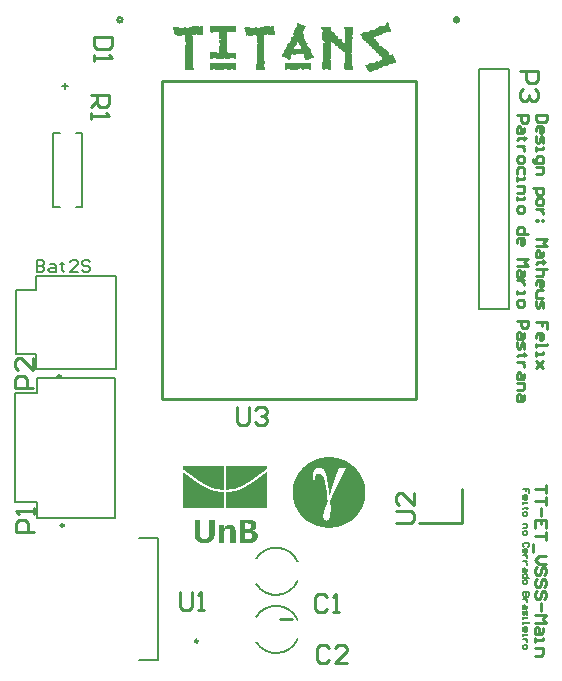
<source format=gbr>
G04*
G04 #@! TF.GenerationSoftware,Altium Limited,Altium Designer,25.4.2 (15)*
G04*
G04 Layer_Color=65535*
%FSLAX44Y44*%
%MOMM*%
G71*
G04*
G04 #@! TF.SameCoordinates,0D125D48-EFC7-4563-9314-FCFFD8E44349*
G04*
G04*
G04 #@! TF.FilePolarity,Positive*
G04*
G01*
G75*
%ADD10C,0.2000*%
%ADD11C,0.2540*%
%ADD12C,0.2500*%
%ADD13C,0.1540*%
G36*
X214746Y166000D02*
X214469D01*
Y165861D01*
X214331D01*
Y165723D01*
X214193D01*
Y165585D01*
X213916D01*
Y165447D01*
X213778D01*
Y165309D01*
X213502D01*
Y165170D01*
X213364D01*
Y165032D01*
X213226D01*
Y164894D01*
X212949D01*
Y164756D01*
X212811D01*
Y164618D01*
X212673D01*
Y164480D01*
X212397D01*
Y164341D01*
X212258D01*
Y164203D01*
X211982D01*
Y164065D01*
X211844D01*
Y163927D01*
X211705D01*
Y163789D01*
X211429D01*
Y163650D01*
X211291D01*
Y163512D01*
X211015D01*
Y163374D01*
X210877D01*
Y163236D01*
X210738D01*
Y163098D01*
X210462D01*
Y162959D01*
X210324D01*
Y162821D01*
X210186D01*
Y162683D01*
X209909D01*
Y162545D01*
X209771D01*
Y162407D01*
X209495D01*
Y162269D01*
X209356D01*
Y162130D01*
X209218D01*
Y161992D01*
X208942D01*
Y161854D01*
X208804D01*
Y161716D01*
X208666D01*
Y161578D01*
X208389D01*
Y161439D01*
X208251D01*
Y161301D01*
X207975D01*
Y161163D01*
X207836D01*
Y161025D01*
X207698D01*
Y160887D01*
X207422D01*
Y160749D01*
X207284D01*
Y160610D01*
X207146D01*
Y160472D01*
X206869D01*
Y160334D01*
X206731D01*
Y160196D01*
X206593D01*
Y160058D01*
X206316D01*
Y159919D01*
X206178D01*
Y159781D01*
X205902D01*
Y159643D01*
X205764D01*
Y159505D01*
X205625D01*
Y159367D01*
X205349D01*
Y159228D01*
X205211D01*
Y159090D01*
X204935D01*
Y158952D01*
X204796D01*
Y158814D01*
X204658D01*
Y158676D01*
X204382D01*
Y158538D01*
X204244D01*
Y158399D01*
X203967D01*
Y158261D01*
X203829D01*
Y158123D01*
X203691D01*
Y157985D01*
X203414D01*
Y157847D01*
X203276D01*
Y157709D01*
X203000D01*
Y157570D01*
X202862D01*
Y157432D01*
X202724D01*
Y157294D01*
X202447D01*
Y157156D01*
X202309D01*
Y157018D01*
X202033D01*
Y156879D01*
X201894D01*
Y156741D01*
X201756D01*
Y156603D01*
X201480D01*
Y156465D01*
X201342D01*
Y156327D01*
X201065D01*
Y156188D01*
X200927D01*
Y156050D01*
X200651D01*
Y155912D01*
X200513D01*
Y155774D01*
X200236D01*
Y155636D01*
X200098D01*
Y155498D01*
X199822D01*
Y155359D01*
X199545D01*
Y155221D01*
X199407D01*
Y155083D01*
X199131D01*
Y154945D01*
X198993D01*
Y154807D01*
X198716D01*
Y154668D01*
X198440D01*
Y154530D01*
X198302D01*
Y154392D01*
X198025D01*
Y154254D01*
X197749D01*
Y154116D01*
X197611D01*
Y153977D01*
X197334D01*
Y153839D01*
X197058D01*
Y153701D01*
X196782D01*
Y153563D01*
X196644D01*
Y153425D01*
X196367D01*
Y153287D01*
X196091D01*
Y153148D01*
X195814D01*
Y153010D01*
X195538D01*
Y152872D01*
X195262D01*
Y152734D01*
X194985D01*
Y152596D01*
X194709D01*
Y152458D01*
X194433D01*
Y152319D01*
X194156D01*
Y152181D01*
X193880D01*
Y152043D01*
X193603D01*
Y151905D01*
X193327D01*
Y151767D01*
X193051D01*
Y151628D01*
X192774D01*
Y151490D01*
X192498D01*
Y151352D01*
X192222D01*
Y151214D01*
X191807D01*
Y151076D01*
X191531D01*
Y150938D01*
X191254D01*
Y150799D01*
X190840D01*
Y150661D01*
X190564D01*
Y150523D01*
X190149D01*
Y150385D01*
X189734D01*
Y150247D01*
X189320D01*
Y150108D01*
X188905D01*
Y149970D01*
X188491D01*
Y149832D01*
X187938D01*
Y149694D01*
X187385D01*
Y149556D01*
X186694D01*
Y149417D01*
X185727D01*
Y149279D01*
X184760D01*
Y149141D01*
X182963D01*
Y149003D01*
X180338D01*
Y168625D01*
X214746D01*
Y166000D01*
D02*
G37*
G36*
X178403Y149003D02*
X175640D01*
Y149141D01*
X173981D01*
Y149279D01*
X172876D01*
Y149417D01*
X172047D01*
Y149556D01*
X171356D01*
Y149694D01*
X170803D01*
Y149832D01*
X170250D01*
Y149970D01*
X169836D01*
Y150108D01*
X169283D01*
Y150247D01*
X168869D01*
Y150385D01*
X168454D01*
Y150523D01*
X168178D01*
Y150661D01*
X167763D01*
Y150799D01*
X167487D01*
Y150938D01*
X167210D01*
Y151076D01*
X166796D01*
Y151214D01*
X166520D01*
Y151352D01*
X166243D01*
Y151490D01*
X165967D01*
Y151628D01*
X165690D01*
Y151767D01*
X165276D01*
Y151905D01*
X165000D01*
Y152043D01*
X164723D01*
Y152181D01*
X164447D01*
Y152319D01*
X164170D01*
Y152458D01*
X163894D01*
Y152596D01*
X163618D01*
Y152734D01*
X163341D01*
Y152872D01*
X163203D01*
Y153010D01*
X162927D01*
Y153148D01*
X162650D01*
Y153287D01*
X162374D01*
Y153425D01*
X162098D01*
Y153563D01*
X161959D01*
Y153701D01*
X161683D01*
Y153839D01*
X161407D01*
Y153977D01*
X161130D01*
Y154116D01*
X160854D01*
Y154254D01*
X160716D01*
Y154392D01*
X160439D01*
Y154530D01*
X160163D01*
Y154668D01*
X160025D01*
Y154807D01*
X159748D01*
Y154945D01*
X159472D01*
Y155083D01*
X159334D01*
Y155221D01*
X159058D01*
Y155359D01*
X158919D01*
Y155498D01*
X158643D01*
Y155636D01*
X158505D01*
Y155774D01*
X158229D01*
Y155912D01*
X158090D01*
Y156050D01*
X157814D01*
Y156188D01*
X157676D01*
Y156327D01*
X157399D01*
Y156465D01*
X157261D01*
Y156603D01*
X156985D01*
Y156741D01*
X156847D01*
Y156879D01*
X156570D01*
Y157018D01*
X156432D01*
Y157156D01*
X156156D01*
Y157294D01*
X156018D01*
Y157432D01*
X155879D01*
Y157570D01*
X155603D01*
Y157709D01*
X155465D01*
Y157847D01*
X155189D01*
Y157985D01*
X155050D01*
Y158123D01*
X154912D01*
Y158261D01*
X154636D01*
Y158399D01*
X154498D01*
Y158538D01*
X154359D01*
Y158676D01*
X154083D01*
Y158814D01*
X153945D01*
Y158952D01*
X153668D01*
Y159090D01*
X153530D01*
Y159228D01*
X153392D01*
Y159367D01*
X153116D01*
Y159505D01*
X152978D01*
Y159643D01*
X152839D01*
Y159781D01*
X152563D01*
Y159919D01*
X152425D01*
Y160058D01*
X152148D01*
Y160196D01*
X152010D01*
Y160334D01*
X151734D01*
Y160472D01*
X151596D01*
Y160610D01*
X151458D01*
Y160749D01*
X151181D01*
Y160887D01*
X151043D01*
Y161025D01*
X150905D01*
Y161163D01*
X150628D01*
Y161301D01*
X150490D01*
Y161439D01*
X150352D01*
Y161578D01*
X150076D01*
Y161716D01*
X149937D01*
Y161854D01*
X149661D01*
Y161992D01*
X149523D01*
Y162130D01*
X149385D01*
Y162269D01*
X149108D01*
Y162407D01*
X148970D01*
Y162545D01*
X148694D01*
Y162683D01*
X148556D01*
Y162821D01*
X148418D01*
Y162959D01*
X148141D01*
Y163098D01*
X148003D01*
Y163236D01*
X147865D01*
Y163374D01*
X147588D01*
Y163512D01*
X147450D01*
Y163650D01*
X147312D01*
Y163789D01*
X147036D01*
Y163927D01*
X146897D01*
Y164065D01*
X146621D01*
Y164203D01*
X146483D01*
Y164341D01*
X146345D01*
Y164480D01*
X146068D01*
Y164618D01*
X145930D01*
Y164756D01*
X145792D01*
Y164894D01*
X145516D01*
Y165032D01*
X145377D01*
Y165170D01*
X145101D01*
Y165309D01*
X144963D01*
Y165447D01*
X144686D01*
Y165585D01*
X144548D01*
Y165723D01*
X144410D01*
Y165861D01*
X144134D01*
Y166000D01*
X143996D01*
Y168625D01*
X178403D01*
Y149003D01*
D02*
G37*
G36*
X214746Y133250D02*
X180338D01*
Y146930D01*
X181858D01*
Y147068D01*
X184207D01*
Y147206D01*
X185451D01*
Y147345D01*
X186418D01*
Y147483D01*
X187109D01*
Y147621D01*
X187800D01*
Y147759D01*
X188353D01*
Y147897D01*
X188905D01*
Y148036D01*
X189458D01*
Y148174D01*
X189872D01*
Y148312D01*
X190287D01*
Y148450D01*
X190702D01*
Y148588D01*
X190978D01*
Y148727D01*
X191393D01*
Y148865D01*
X191807D01*
Y149003D01*
X192083D01*
Y149141D01*
X192360D01*
Y149279D01*
X192636D01*
Y149417D01*
X193051D01*
Y149556D01*
X193327D01*
Y149694D01*
X193603D01*
Y149832D01*
X193880D01*
Y149970D01*
X194156D01*
Y150108D01*
X194433D01*
Y150247D01*
X194847D01*
Y150385D01*
X194985D01*
Y150523D01*
X195262D01*
Y150661D01*
X195676D01*
Y150799D01*
X195814D01*
Y150938D01*
X196091D01*
Y151076D01*
X196367D01*
Y151214D01*
X196644D01*
Y151352D01*
X196920D01*
Y151490D01*
X197196D01*
Y151628D01*
X197334D01*
Y151767D01*
X197611D01*
Y151905D01*
X197887D01*
Y152043D01*
X198164D01*
Y152181D01*
X198440D01*
Y152319D01*
X198578D01*
Y152458D01*
X198855D01*
Y152596D01*
X199131D01*
Y152734D01*
X199269D01*
Y152872D01*
X199545D01*
Y153010D01*
X199822D01*
Y153148D01*
X199960D01*
Y153287D01*
X200236D01*
Y153425D01*
X200513D01*
Y153563D01*
X200651D01*
Y153701D01*
X200927D01*
Y153839D01*
X201065D01*
Y153977D01*
X201342D01*
Y154116D01*
X201618D01*
Y154254D01*
X201756D01*
Y154392D01*
X201894D01*
Y154530D01*
X202171D01*
Y154668D01*
X202447D01*
Y154807D01*
X202585D01*
Y154945D01*
X202862D01*
Y155083D01*
X203000D01*
Y155221D01*
X203138D01*
Y155359D01*
X203414D01*
Y155498D01*
X203553D01*
Y155636D01*
X203829D01*
Y155774D01*
X203967D01*
Y155912D01*
X204105D01*
Y156050D01*
X204382D01*
Y156188D01*
X204520D01*
Y156327D01*
X204796D01*
Y156465D01*
X204935D01*
Y156603D01*
X205073D01*
Y156741D01*
X205349D01*
Y156879D01*
X205487D01*
Y157018D01*
X205625D01*
Y157156D01*
X205902D01*
Y157294D01*
X206040D01*
Y157432D01*
X206316D01*
Y157570D01*
X206455D01*
Y157709D01*
X206593D01*
Y157847D01*
X206869D01*
Y157985D01*
X207007D01*
Y158123D01*
X207146D01*
Y158261D01*
X207422D01*
Y158399D01*
X207560D01*
Y158538D01*
X207836D01*
Y158676D01*
X207975D01*
Y158814D01*
X208113D01*
Y158952D01*
X208389D01*
Y159090D01*
X208527D01*
Y159228D01*
X208666D01*
Y159367D01*
X208942D01*
Y159505D01*
X209080D01*
Y159643D01*
X209356D01*
Y159781D01*
X209495D01*
Y159919D01*
X209633D01*
Y160058D01*
X209909D01*
Y160196D01*
X210047D01*
Y160334D01*
X210324D01*
Y160472D01*
X210462D01*
Y160610D01*
X210600D01*
Y160749D01*
X210877D01*
Y160887D01*
X211015D01*
Y161025D01*
X211153D01*
Y161163D01*
X211429D01*
Y161301D01*
X211567D01*
Y161439D01*
X211844D01*
Y161578D01*
X211982D01*
Y161716D01*
X212120D01*
Y161854D01*
X212397D01*
Y161992D01*
X212535D01*
Y162130D01*
X212811D01*
Y162269D01*
X212949D01*
Y162407D01*
X213087D01*
Y162545D01*
X213364D01*
Y162683D01*
X213502D01*
Y162821D01*
X213640D01*
Y162959D01*
X213916D01*
Y163098D01*
X214055D01*
Y163236D01*
X214331D01*
Y163374D01*
X214469D01*
Y163512D01*
X214746D01*
Y133250D01*
D02*
G37*
G36*
X144272Y163374D02*
X144410D01*
Y163236D01*
X144548D01*
Y163098D01*
X144825D01*
Y162959D01*
X144963D01*
Y162821D01*
X145239D01*
Y162683D01*
X145377D01*
Y162545D01*
X145654D01*
Y162407D01*
X145792D01*
Y162269D01*
X145930D01*
Y162130D01*
X146207D01*
Y161992D01*
X146345D01*
Y161854D01*
X146483D01*
Y161716D01*
X146759D01*
Y161578D01*
X146897D01*
Y161439D01*
X147174D01*
Y161301D01*
X147312D01*
Y161163D01*
X147450D01*
Y161025D01*
X147727D01*
Y160887D01*
X147865D01*
Y160749D01*
X148003D01*
Y160610D01*
X148279D01*
Y160472D01*
X148418D01*
Y160334D01*
X148694D01*
Y160196D01*
X148832D01*
Y160058D01*
X148970D01*
Y159919D01*
X149247D01*
Y159781D01*
X149385D01*
Y159643D01*
X149661D01*
Y159505D01*
X149799D01*
Y159367D01*
X149937D01*
Y159228D01*
X150214D01*
Y159090D01*
X150352D01*
Y158952D01*
X150490D01*
Y158814D01*
X150767D01*
Y158676D01*
X150905D01*
Y158538D01*
X151181D01*
Y158399D01*
X151319D01*
Y158261D01*
X151458D01*
Y158123D01*
X151734D01*
Y157985D01*
X151872D01*
Y157847D01*
X152010D01*
Y157709D01*
X152287D01*
Y157570D01*
X152425D01*
Y157432D01*
X152701D01*
Y157294D01*
X152839D01*
Y157156D01*
X152978D01*
Y157018D01*
X153254D01*
Y156879D01*
X153392D01*
Y156741D01*
X153530D01*
Y156603D01*
X153807D01*
Y156465D01*
X153945D01*
Y156327D01*
X154221D01*
Y156188D01*
X154359D01*
Y156050D01*
X154498D01*
Y155912D01*
X154774D01*
Y155774D01*
X154912D01*
Y155636D01*
X155189D01*
Y155498D01*
X155327D01*
Y155359D01*
X155465D01*
Y155221D01*
X155741D01*
Y155083D01*
X155879D01*
Y154945D01*
X156156D01*
Y154807D01*
X156294D01*
Y154668D01*
X156570D01*
Y154530D01*
X156708D01*
Y154392D01*
X156985D01*
Y154254D01*
X157123D01*
Y154116D01*
X157399D01*
Y153977D01*
X157538D01*
Y153839D01*
X157814D01*
Y153701D01*
X158090D01*
Y153563D01*
X158229D01*
Y153425D01*
X158505D01*
Y153287D01*
X158643D01*
Y153148D01*
X158919D01*
Y153010D01*
X159196D01*
Y152872D01*
X159334D01*
Y152734D01*
X159610D01*
Y152596D01*
X159887D01*
Y152458D01*
X160163D01*
Y152319D01*
X160301D01*
Y152181D01*
X160578D01*
Y152043D01*
X160854D01*
Y151905D01*
X161130D01*
Y151767D01*
X161269D01*
Y151628D01*
X161545D01*
Y151490D01*
X161821D01*
Y151352D01*
X162098D01*
Y151214D01*
X162374D01*
Y151076D01*
X162512D01*
Y150938D01*
X162927D01*
Y150799D01*
X163065D01*
Y150661D01*
X163341D01*
Y150523D01*
X163618D01*
Y150385D01*
X163894D01*
Y150247D01*
X164309D01*
Y150108D01*
X164447D01*
Y149970D01*
X164723D01*
Y149832D01*
X165138D01*
Y149694D01*
X165414D01*
Y149556D01*
X165690D01*
Y149417D01*
X165967D01*
Y149279D01*
X166243D01*
Y149141D01*
X166658D01*
Y149003D01*
X166934D01*
Y148865D01*
X167349D01*
Y148727D01*
X167625D01*
Y148588D01*
X168039D01*
Y148450D01*
X168454D01*
Y148312D01*
X168869D01*
Y148174D01*
X169283D01*
Y148036D01*
X169836D01*
Y147897D01*
X170250D01*
Y147759D01*
X170941D01*
Y147621D01*
X171494D01*
Y147483D01*
X172323D01*
Y147345D01*
X173291D01*
Y147206D01*
X174534D01*
Y147068D01*
X176331D01*
Y146930D01*
X176469D01*
Y147068D01*
X176745D01*
Y146930D01*
X178265D01*
Y133250D01*
X143996D01*
Y163512D01*
X144272D01*
Y163374D01*
D02*
G37*
G36*
X272168Y175857D02*
X274677D01*
Y175438D01*
X276350D01*
Y175020D01*
X277604D01*
Y174602D01*
X278859D01*
Y174184D01*
X279695D01*
Y173766D01*
X280949D01*
Y173348D01*
X281367D01*
Y172930D01*
X282622D01*
Y172511D01*
X283040D01*
Y172093D01*
X283876D01*
Y171675D01*
X284713D01*
Y171257D01*
X285131D01*
Y170839D01*
X285549D01*
Y170421D01*
X286385D01*
Y170003D01*
X286803D01*
Y169584D01*
X287221D01*
Y169166D01*
X288058D01*
Y168748D01*
X288476D01*
Y168330D01*
X288894D01*
Y167912D01*
X289312D01*
Y167494D01*
X289730D01*
Y167076D01*
X290149D01*
Y166657D01*
X290567D01*
Y166239D01*
X290985D01*
Y165821D01*
X291403D01*
Y164985D01*
X291821D01*
Y164567D01*
X292239D01*
Y164149D01*
X292657D01*
Y163312D01*
X293076D01*
Y162894D01*
X293494D01*
Y162058D01*
X293912D01*
Y161640D01*
X294330D01*
Y160803D01*
X294748D01*
Y159967D01*
X295166D01*
Y159131D01*
X295584D01*
Y158294D01*
X296003D01*
Y157458D01*
X296421D01*
Y156204D01*
X296839D01*
Y154949D01*
X297257D01*
Y153277D01*
X297675D01*
Y151186D01*
X298093D01*
Y146168D01*
X298511D01*
Y145750D01*
X298093D01*
Y141569D01*
X297675D01*
Y139478D01*
X297257D01*
Y137805D01*
X296839D01*
Y136551D01*
X296421D01*
Y135715D01*
X296003D01*
Y134460D01*
X295584D01*
Y133624D01*
X295166D01*
Y132787D01*
X294748D01*
Y131951D01*
X294330D01*
Y131533D01*
X293912D01*
Y130697D01*
X293494D01*
Y129860D01*
X293076D01*
Y129442D01*
X292657D01*
Y129024D01*
X292239D01*
Y128188D01*
X291821D01*
Y127770D01*
X291403D01*
Y127352D01*
X290985D01*
Y126933D01*
X290567D01*
Y126515D01*
X290149D01*
Y125679D01*
X289730D01*
Y125261D01*
X289312D01*
Y124843D01*
X288476D01*
Y124424D01*
X288058D01*
Y124006D01*
X287640D01*
Y123588D01*
X287221D01*
Y123170D01*
X286803D01*
Y122752D01*
X285967D01*
Y122334D01*
X285549D01*
Y121916D01*
X285131D01*
Y121497D01*
X284294D01*
Y121079D01*
X283458D01*
Y120661D01*
X283040D01*
Y120243D01*
X282204D01*
Y119825D01*
X281367D01*
Y119407D01*
X280531D01*
Y118989D01*
X279695D01*
Y118570D01*
X278440D01*
Y118152D01*
X277186D01*
Y117734D01*
X275931D01*
Y117316D01*
X274259D01*
Y116898D01*
X271332D01*
Y116480D01*
X263805D01*
Y116898D01*
X260878D01*
Y117316D01*
X259624D01*
Y117734D01*
X257951D01*
Y118152D01*
X256697D01*
Y118570D01*
X255860D01*
Y118989D01*
X254606D01*
Y119407D01*
X253770D01*
Y119825D01*
X252933D01*
Y120243D01*
X252097D01*
Y120661D01*
X251679D01*
Y121079D01*
X250843D01*
Y121497D01*
X250424D01*
Y121916D01*
X249588D01*
Y122334D01*
X249170D01*
Y122752D01*
X248334D01*
Y123170D01*
X247916D01*
Y123588D01*
X247497D01*
Y124006D01*
X247079D01*
Y124424D01*
X246661D01*
Y124843D01*
X246243D01*
Y125261D01*
X245825D01*
Y125679D01*
X245407D01*
Y126097D01*
X244989D01*
Y126515D01*
X244570D01*
Y126933D01*
X244152D01*
Y127352D01*
X243734D01*
Y127770D01*
X243316D01*
Y128188D01*
X242898D01*
Y129024D01*
X242480D01*
Y129442D01*
X242062D01*
Y130279D01*
X241643D01*
Y130697D01*
X241225D01*
Y131533D01*
X240807D01*
Y132369D01*
X240389D01*
Y133206D01*
X239971D01*
Y133624D01*
X239553D01*
Y134460D01*
X239135D01*
Y135715D01*
X238716D01*
Y136969D01*
X238298D01*
Y138223D01*
X237880D01*
Y139896D01*
X237462D01*
Y141987D01*
X237044D01*
Y150768D01*
X237462D01*
Y153277D01*
X237880D01*
Y154531D01*
X238298D01*
Y155786D01*
X238716D01*
Y157040D01*
X239135D01*
Y158294D01*
X239553D01*
Y159131D01*
X239971D01*
Y159967D01*
X240389D01*
Y160803D01*
X240807D01*
Y161222D01*
X241225D01*
Y162058D01*
X241643D01*
Y162894D01*
X242062D01*
Y163312D01*
X242480D01*
Y163730D01*
X242898D01*
Y164567D01*
X243316D01*
Y164985D01*
X243734D01*
Y165403D01*
X244152D01*
Y165821D01*
X244570D01*
Y166657D01*
X244989D01*
Y167076D01*
X245407D01*
Y167494D01*
X245825D01*
Y167912D01*
X246243D01*
Y168330D01*
X247079D01*
Y168748D01*
X247497D01*
Y169166D01*
X247916D01*
Y169584D01*
X248334D01*
Y170003D01*
X248752D01*
Y170421D01*
X249588D01*
Y170839D01*
X250006D01*
Y171257D01*
X250843D01*
Y171675D01*
X251261D01*
Y172093D01*
X252097D01*
Y172511D01*
X252933D01*
Y172930D01*
X253770D01*
Y173348D01*
X254606D01*
Y173766D01*
X255442D01*
Y174184D01*
X256697D01*
Y174602D01*
X257533D01*
Y175020D01*
X258787D01*
Y175438D01*
X260460D01*
Y175857D01*
X262969D01*
Y176275D01*
X272168D01*
Y175857D01*
D02*
G37*
G36*
X184207Y119017D02*
X185174D01*
Y118879D01*
X185589D01*
Y118741D01*
X186003D01*
Y118603D01*
X186280D01*
Y118464D01*
X186418D01*
Y118326D01*
X186694D01*
Y118188D01*
X186833D01*
Y118050D01*
X186971D01*
Y117912D01*
X187109D01*
Y117773D01*
X187247D01*
Y117635D01*
X187385D01*
Y117497D01*
X187523D01*
Y117221D01*
X187662D01*
Y117083D01*
X187800D01*
Y116806D01*
X187938D01*
Y116530D01*
X188076D01*
Y116115D01*
X188214D01*
Y115562D01*
X188353D01*
Y114733D01*
X188491D01*
Y103817D01*
X188353D01*
Y103679D01*
X184069D01*
Y103817D01*
X183931D01*
Y114043D01*
X183792D01*
Y114457D01*
X183654D01*
Y114733D01*
X183516D01*
Y115010D01*
X183378D01*
Y115148D01*
X183240D01*
Y115286D01*
X183102D01*
Y115424D01*
X182963D01*
Y115562D01*
X182549D01*
Y115701D01*
X180891D01*
Y115562D01*
X180476D01*
Y115424D01*
X180200D01*
Y115286D01*
X180061D01*
Y115148D01*
X179923D01*
Y115010D01*
X179785D01*
Y114872D01*
X179647D01*
Y114733D01*
X179509D01*
Y114457D01*
X179371D01*
Y114181D01*
X179232D01*
Y113766D01*
X179094D01*
Y113352D01*
X178956D01*
Y112522D01*
X178818D01*
Y103679D01*
X174534D01*
Y103817D01*
X174396D01*
Y118879D01*
X178542D01*
Y118326D01*
X178680D01*
Y116668D01*
X178818D01*
Y116115D01*
X178956D01*
Y116253D01*
X179094D01*
Y116530D01*
X179232D01*
Y116806D01*
X179371D01*
Y117083D01*
X179509D01*
Y117221D01*
X179647D01*
Y117497D01*
X179785D01*
Y117635D01*
X179923D01*
Y117773D01*
X180061D01*
Y117912D01*
X180200D01*
Y118050D01*
X180338D01*
Y118188D01*
X180614D01*
Y118326D01*
X180752D01*
Y118464D01*
X181029D01*
Y118603D01*
X181305D01*
Y118741D01*
X181720D01*
Y118879D01*
X182134D01*
Y119017D01*
X183102D01*
Y119155D01*
X184207D01*
Y119017D01*
D02*
G37*
G36*
X170665Y110035D02*
X170527D01*
Y109068D01*
X170389D01*
Y108515D01*
X170250D01*
Y108101D01*
X170112D01*
Y107686D01*
X169974D01*
Y107410D01*
X169836D01*
Y107133D01*
X169698D01*
Y106857D01*
X169560D01*
Y106581D01*
X169421D01*
Y106442D01*
X169283D01*
Y106166D01*
X169145D01*
Y106028D01*
X169007D01*
Y105890D01*
X168869D01*
Y105751D01*
X168730D01*
Y105613D01*
X168592D01*
Y105475D01*
X168454D01*
Y105337D01*
X168316D01*
Y105199D01*
X168178D01*
Y105061D01*
X167901D01*
Y104922D01*
X167763D01*
Y104784D01*
X167487D01*
Y104646D01*
X167349D01*
Y104508D01*
X167072D01*
Y104370D01*
X166796D01*
Y104231D01*
X166381D01*
Y104093D01*
X166105D01*
Y103955D01*
X165552D01*
Y103817D01*
X165138D01*
Y103679D01*
X164309D01*
Y103540D01*
X163065D01*
Y103402D01*
X161407D01*
Y103540D01*
X160025D01*
Y103679D01*
X159334D01*
Y103817D01*
X158781D01*
Y103955D01*
X158367D01*
Y104093D01*
X157952D01*
Y104231D01*
X157676D01*
Y104370D01*
X157399D01*
Y104508D01*
X157123D01*
Y104646D01*
X156847D01*
Y104784D01*
X156708D01*
Y104922D01*
X156432D01*
Y105061D01*
X156294D01*
Y105199D01*
X156156D01*
Y105337D01*
X156018D01*
Y105475D01*
X155879D01*
Y105613D01*
X155741D01*
Y105751D01*
X155603D01*
Y105890D01*
X155465D01*
Y106028D01*
X155327D01*
Y106166D01*
X155189D01*
Y106442D01*
X155050D01*
Y106581D01*
X154912D01*
Y106857D01*
X154774D01*
Y106995D01*
X154636D01*
Y107410D01*
X154498D01*
Y107686D01*
X154359D01*
Y107962D01*
X154221D01*
Y108515D01*
X154083D01*
Y109068D01*
X153945D01*
Y110035D01*
X153807D01*
Y123301D01*
X153945D01*
Y123439D01*
X158229D01*
Y123301D01*
X158367D01*
Y110035D01*
X158505D01*
Y109482D01*
X158643D01*
Y109068D01*
X158781D01*
Y108792D01*
X158919D01*
Y108515D01*
X159058D01*
Y108377D01*
X159196D01*
Y108239D01*
X159334D01*
Y107962D01*
X159610D01*
Y107824D01*
X159748D01*
Y107686D01*
X159887D01*
Y107548D01*
X160025D01*
Y107410D01*
X160301D01*
Y107271D01*
X160716D01*
Y107133D01*
X161269D01*
Y106995D01*
X163341D01*
Y107133D01*
X163894D01*
Y107271D01*
X164170D01*
Y107410D01*
X164447D01*
Y107548D01*
X164585D01*
Y107686D01*
X164861D01*
Y107824D01*
X165000D01*
Y107962D01*
X165138D01*
Y108101D01*
X165276D01*
Y108377D01*
X165414D01*
Y108515D01*
X165552D01*
Y108792D01*
X165690D01*
Y109206D01*
X165829D01*
Y109621D01*
X165967D01*
Y110173D01*
X166105D01*
Y123301D01*
X166243D01*
Y123439D01*
X170665D01*
Y110035D01*
D02*
G37*
G36*
X199960Y123301D02*
X201342D01*
Y123163D01*
X202033D01*
Y123024D01*
X202585D01*
Y122886D01*
X203000D01*
Y122748D01*
X203414D01*
Y122610D01*
X203691D01*
Y122472D01*
X203967D01*
Y122333D01*
X204105D01*
Y122195D01*
X204382D01*
Y122057D01*
X204520D01*
Y121919D01*
X204796D01*
Y121781D01*
X204935D01*
Y121643D01*
X205073D01*
Y121504D01*
X205211D01*
Y121366D01*
X205349D01*
Y121090D01*
X205487D01*
Y120952D01*
X205625D01*
Y120675D01*
X205764D01*
Y120399D01*
X205902D01*
Y119984D01*
X206040D01*
Y119570D01*
X206178D01*
Y117359D01*
X206040D01*
Y116806D01*
X205902D01*
Y116530D01*
X205764D01*
Y116253D01*
X205625D01*
Y115977D01*
X205487D01*
Y115839D01*
X205349D01*
Y115562D01*
X205211D01*
Y115424D01*
X205073D01*
Y115286D01*
X204935D01*
Y115148D01*
X204658D01*
Y115010D01*
X204520D01*
Y114872D01*
X204244D01*
Y114733D01*
X203967D01*
Y114595D01*
X203691D01*
Y114457D01*
X203414D01*
Y114319D01*
X203000D01*
Y114181D01*
X203138D01*
Y114043D01*
X203691D01*
Y113904D01*
X204105D01*
Y113766D01*
X204520D01*
Y113628D01*
X204796D01*
Y113490D01*
X205073D01*
Y113352D01*
X205349D01*
Y113213D01*
X205487D01*
Y113075D01*
X205764D01*
Y112937D01*
X205902D01*
Y112799D01*
X206040D01*
Y112661D01*
X206178D01*
Y112522D01*
X206316D01*
Y112384D01*
X206455D01*
Y112108D01*
X206593D01*
Y111970D01*
X206731D01*
Y111693D01*
X206869D01*
Y111417D01*
X207007D01*
Y111002D01*
X207146D01*
Y110588D01*
X207284D01*
Y108101D01*
X207146D01*
Y107548D01*
X207007D01*
Y107133D01*
X206869D01*
Y106857D01*
X206731D01*
Y106581D01*
X206593D01*
Y106442D01*
X206455D01*
Y106166D01*
X206316D01*
Y106028D01*
X206178D01*
Y105890D01*
X206040D01*
Y105751D01*
X205902D01*
Y105613D01*
X205764D01*
Y105475D01*
X205625D01*
Y105337D01*
X205487D01*
Y105199D01*
X205211D01*
Y105061D01*
X205073D01*
Y104922D01*
X204796D01*
Y104784D01*
X204658D01*
Y104646D01*
X204244D01*
Y104508D01*
X203967D01*
Y104370D01*
X203553D01*
Y104231D01*
X203138D01*
Y104093D01*
X202585D01*
Y103955D01*
X201894D01*
Y103817D01*
X200513D01*
Y103679D01*
X192360D01*
Y103817D01*
X192222D01*
Y116253D01*
Y116392D01*
Y123439D01*
X199960D01*
Y123301D01*
D02*
G37*
G36*
X221287Y537275D02*
X221941D01*
Y534004D01*
X216054D01*
Y534658D01*
X214745D01*
Y534004D01*
X212129D01*
Y533350D01*
X212783D01*
Y530079D01*
Y529425D01*
Y511763D01*
X213437D01*
Y509146D01*
X212783D01*
Y506530D01*
X213437D01*
Y503913D01*
X210166D01*
Y504567D01*
X207550D01*
Y503913D01*
X206241D01*
Y504567D01*
X205587D01*
Y509146D01*
X206241D01*
Y525500D01*
X206896D01*
Y526154D01*
X207550D01*
Y527462D01*
X206896D01*
Y528116D01*
X206241D01*
Y532696D01*
X205587D01*
Y534004D01*
X203625D01*
Y533350D01*
X199046D01*
Y534004D01*
X197738D01*
Y533350D01*
X197084D01*
Y535966D01*
X196430D01*
Y539237D01*
X195775D01*
Y539891D01*
X196430D01*
Y540545D01*
X200354D01*
Y539891D01*
X204933D01*
Y540545D01*
X206896D01*
Y539891D01*
X209512D01*
Y540545D01*
X212129D01*
Y541199D01*
X218016D01*
Y540545D01*
X218670D01*
Y541199D01*
X219324D01*
Y541853D01*
X221287D01*
Y537275D01*
D02*
G37*
G36*
X161106Y534004D02*
X155873D01*
Y534658D01*
X154564D01*
Y534004D01*
X151948D01*
Y533350D01*
X152602D01*
Y513071D01*
X151948D01*
Y512417D01*
X152602D01*
Y505876D01*
X153256D01*
Y503913D01*
X149985D01*
Y504567D01*
X147369D01*
Y503913D01*
X145406D01*
Y511109D01*
X146061D01*
Y513071D01*
X145406D01*
Y516996D01*
X146061D01*
Y525500D01*
X146715D01*
Y528116D01*
X146061D01*
Y528771D01*
X145406D01*
Y534004D01*
X142790D01*
Y533350D01*
X138865D01*
Y534004D01*
X137557D01*
Y533350D01*
X136903D01*
Y534658D01*
X136249D01*
Y537929D01*
X135594D01*
Y540545D01*
X140173D01*
Y539891D01*
X144752D01*
Y540545D01*
X146715D01*
Y539891D01*
X149331D01*
Y540545D01*
X151948D01*
Y541199D01*
X157835D01*
Y540545D01*
X158489D01*
Y541199D01*
X159143D01*
Y541853D01*
X161106D01*
Y534004D01*
D02*
G37*
G36*
X170918Y541199D02*
X188580D01*
Y540545D01*
X189234D01*
Y535966D01*
X181384D01*
Y519613D01*
X182038D01*
Y518959D01*
X189234D01*
Y514380D01*
X188580D01*
Y513725D01*
X187271D01*
Y514380D01*
X184001D01*
Y513725D01*
X179422D01*
Y514380D01*
X178768D01*
Y513725D01*
X171572D01*
Y514380D01*
X169610D01*
Y513725D01*
X166993D01*
Y519613D01*
X172880D01*
Y518959D01*
X174189D01*
Y519613D01*
X174843D01*
Y524846D01*
X175497D01*
Y526808D01*
X174843D01*
Y529425D01*
X176151D01*
Y530733D01*
X174843D01*
Y534658D01*
X174189D01*
Y535966D01*
X168955D01*
Y535312D01*
X167647D01*
Y535966D01*
X166993D01*
Y536620D01*
Y541199D01*
X167647D01*
Y541853D01*
X170918D01*
Y541199D01*
D02*
G37*
G36*
X176151Y509801D02*
X189234D01*
Y504567D01*
X186617D01*
Y505222D01*
X184655D01*
Y504567D01*
X181384D01*
Y505222D01*
X180730D01*
Y505876D01*
X180076D01*
Y505222D01*
X178768D01*
Y504567D01*
X170918D01*
Y505222D01*
X169610D01*
Y504567D01*
X166993D01*
Y506530D01*
Y507184D01*
Y509801D01*
X167647D01*
Y510455D01*
X172226D01*
Y509801D01*
X174843D01*
Y510455D01*
X176151D01*
Y509801D01*
D02*
G37*
G36*
X230445Y506530D02*
Y510455D01*
X235678D01*
Y509801D01*
X236986D01*
Y510455D01*
X240257D01*
Y509801D01*
X252031D01*
Y504567D01*
X250723D01*
Y505222D01*
X246144D01*
Y504567D01*
X244836D01*
Y505222D01*
X244182D01*
Y505876D01*
X242873D01*
Y505222D01*
X241565D01*
Y504567D01*
X234370D01*
Y505222D01*
X232407D01*
Y504567D01*
X230445D01*
Y505876D01*
Y506530D01*
D02*
G37*
G36*
X242219Y543162D02*
X244182D01*
Y542508D01*
X246144D01*
Y541853D01*
X247452D01*
Y541199D01*
X248107D01*
Y540545D01*
X247452D01*
Y539237D01*
X246798D01*
Y538583D01*
X246144D01*
Y537275D01*
X245490D01*
Y536620D01*
X244836D01*
Y535966D01*
X245490D01*
Y534658D01*
X246144D01*
Y532696D01*
X246798D01*
Y530079D01*
X247452D01*
Y528771D01*
X248107D01*
Y527462D01*
X248761D01*
Y526808D01*
X249415D01*
Y526154D01*
X248761D01*
Y524192D01*
X250069D01*
Y523538D01*
X250723D01*
Y522883D01*
X251377D01*
Y521575D01*
X252031D01*
Y520267D01*
X252686D01*
Y518959D01*
X253340D01*
Y516996D01*
X253994D01*
Y516342D01*
X254648D01*
Y515688D01*
X255302D01*
Y515034D01*
X254648D01*
Y514380D01*
X252686D01*
Y513725D01*
X250723D01*
Y513071D01*
X248761D01*
Y512417D01*
X248107D01*
Y513071D01*
X247452D01*
Y514380D01*
X246798D01*
Y516342D01*
X246144D01*
Y517650D01*
X239603D01*
Y516996D01*
X236986D01*
Y517650D01*
X236332D01*
Y516996D01*
X235678D01*
Y516342D01*
X235024D01*
Y513725D01*
X234370D01*
Y513071D01*
X233061D01*
Y513725D01*
X231753D01*
Y514380D01*
X230445D01*
Y515034D01*
X227828D01*
Y515688D01*
X227174D01*
Y516342D01*
X227828D01*
Y517650D01*
X228482D01*
Y518959D01*
X229137D01*
Y519613D01*
X229791D01*
Y520921D01*
X230445D01*
Y521575D01*
X231099D01*
Y523538D01*
X231753D01*
Y524846D01*
X232407D01*
Y526154D01*
X233061D01*
Y526808D01*
X233715D01*
Y527462D01*
X234370D01*
Y528771D01*
X235024D01*
Y530079D01*
X235678D01*
Y532041D01*
X236986D01*
Y532696D01*
X237640D01*
Y534004D01*
X236986D01*
Y535312D01*
X237640D01*
Y536620D01*
X238295D01*
Y537929D01*
X238949D01*
Y539891D01*
X239603D01*
Y540545D01*
X240257D01*
Y541199D01*
X240911D01*
Y541853D01*
X240257D01*
Y543162D01*
X240911D01*
Y543816D01*
X242219D01*
Y543162D01*
D02*
G37*
G36*
X263152Y540545D02*
X269039D01*
Y537275D01*
X270347D01*
Y536620D01*
X271001D01*
Y535966D01*
X271656D01*
Y535312D01*
X272310D01*
Y534658D01*
X272964D01*
Y534004D01*
X273618D01*
Y533350D01*
X274272D01*
Y532696D01*
X274926D01*
Y530733D01*
X275581D01*
Y530079D01*
X276235D01*
Y530733D01*
X277543D01*
Y530079D01*
X278197D01*
Y528771D01*
X278851D01*
Y528116D01*
X279505D01*
Y527462D01*
X280814D01*
Y539237D01*
X280159D01*
Y540545D01*
X288009D01*
Y534004D01*
X287355D01*
Y532041D01*
X288009D01*
Y530079D01*
X287355D01*
Y518959D01*
X286047D01*
Y517650D01*
X286701D01*
Y516996D01*
X287355D01*
Y508492D01*
X286701D01*
Y507838D01*
X287355D01*
Y507184D01*
X288009D01*
Y504567D01*
X280814D01*
Y505222D01*
X280159D01*
Y509801D01*
X280814D01*
Y519613D01*
X279505D01*
Y520267D01*
X278197D01*
Y520921D01*
X277543D01*
Y521575D01*
X276889D01*
Y522229D01*
X276235D01*
Y522883D01*
X275581D01*
Y523538D01*
X274926D01*
Y524192D01*
X273618D01*
Y524846D01*
X272964D01*
Y525500D01*
X272310D01*
Y526154D01*
X271656D01*
Y526808D01*
X271001D01*
Y527462D01*
X270347D01*
Y528116D01*
X269693D01*
Y528771D01*
X269039D01*
Y513725D01*
X268385D01*
Y513071D01*
X269039D01*
Y511109D01*
X269693D01*
Y510455D01*
X269039D01*
Y506530D01*
X269693D01*
Y504567D01*
X266423D01*
Y505222D01*
X263806D01*
Y504567D01*
X262498D01*
Y505222D01*
X261843D01*
Y511109D01*
X262498D01*
Y526808D01*
X263152D01*
Y527462D01*
X263806D01*
Y528116D01*
X263152D01*
Y528771D01*
X262498D01*
Y529425D01*
X261843D01*
Y535966D01*
X262498D01*
Y537929D01*
X261843D01*
Y539237D01*
X261189D01*
Y540545D01*
X262498D01*
X263152D01*
D02*
G37*
G36*
X311558Y541853D02*
X314829D01*
Y542508D01*
X315483D01*
Y543162D01*
X316137D01*
Y543816D01*
X316791D01*
Y544470D01*
X317446D01*
Y543816D01*
X318100D01*
Y541853D01*
X318754D01*
Y540545D01*
X319408D01*
Y538583D01*
X320062D01*
Y536620D01*
X318100D01*
Y535966D01*
X316137D01*
Y535312D01*
X313521D01*
Y534658D01*
X312212D01*
Y534004D01*
X310250D01*
Y533350D01*
X308288D01*
Y532696D01*
X306979D01*
Y532041D01*
X305671D01*
Y530733D01*
X306325D01*
Y530079D01*
X306979D01*
Y529425D01*
X307633D01*
Y528771D01*
X308288D01*
Y528116D01*
X308942D01*
Y527462D01*
X309596D01*
Y526808D01*
X310250D01*
Y524192D01*
X312867D01*
Y523538D01*
X313521D01*
Y522883D01*
X314175D01*
Y522229D01*
X314829D01*
Y521575D01*
X316137D01*
Y520921D01*
X316791D01*
Y520267D01*
X317446D01*
Y519613D01*
X318100D01*
Y518304D01*
X318754D01*
Y516996D01*
X320716D01*
Y517650D01*
X322024D01*
Y516342D01*
X322679D01*
Y514380D01*
X323333D01*
Y513071D01*
X323987D01*
Y511109D01*
X324641D01*
Y510455D01*
X323333D01*
Y509801D01*
X321370D01*
Y509146D01*
X318100D01*
Y508492D01*
X317446D01*
Y507838D01*
X316137D01*
Y507184D01*
X313521D01*
Y506530D01*
X312212D01*
Y505876D01*
X310250D01*
Y505222D01*
X308942D01*
Y504567D01*
X306979D01*
Y503913D01*
X305671D01*
Y503259D01*
X303709D01*
Y502605D01*
X301092D01*
Y503259D01*
X300438D01*
Y504567D01*
X299784D01*
Y505876D01*
X299130D01*
Y507184D01*
X298475D01*
Y508492D01*
X300438D01*
Y509146D01*
X301746D01*
Y509801D01*
X305017D01*
Y510455D01*
X306325D01*
Y511109D01*
X307633D01*
Y511763D01*
X308942D01*
Y511109D01*
X310250D01*
Y511763D01*
X310904D01*
Y513071D01*
X312212D01*
Y515034D01*
X311558D01*
Y515688D01*
X310904D01*
Y516342D01*
X310250D01*
Y516996D01*
X309596D01*
Y517650D01*
X308942D01*
Y518304D01*
X308288D01*
Y518959D01*
X307633D01*
Y519613D01*
X306979D01*
Y520267D01*
X306325D01*
Y520921D01*
X305671D01*
Y521575D01*
X305017D01*
Y522229D01*
X304363D01*
Y522883D01*
X303709D01*
Y523538D01*
X303054D01*
Y524192D01*
X302400D01*
Y524846D01*
X301746D01*
Y525500D01*
X301092D01*
Y526154D01*
X300438D01*
Y526808D01*
X299784D01*
Y527462D01*
X299130D01*
Y528771D01*
X297167D01*
Y529425D01*
X296513D01*
Y530733D01*
X295859D01*
Y532041D01*
X295205D01*
Y532696D01*
X294551D01*
Y534004D01*
X293897D01*
Y534658D01*
X295205D01*
Y535312D01*
X296513D01*
Y535966D01*
X299784D01*
Y536620D01*
X301746D01*
Y537275D01*
X302400D01*
Y537929D01*
X303709D01*
Y538583D01*
X304363D01*
Y537929D01*
X306325D01*
Y538583D01*
X306979D01*
Y539891D01*
X308942D01*
Y540545D01*
X310250D01*
Y541199D01*
X311558D01*
Y541853D01*
D02*
G37*
%LPC*%
G36*
X281367Y167494D02*
X280949D01*
Y167076D01*
X275931D01*
Y166239D01*
X275513D01*
Y165403D01*
X275095D01*
Y164149D01*
X274677D01*
Y163312D01*
X274259D01*
Y162058D01*
X273841D01*
Y160803D01*
X273423D01*
Y159549D01*
X273004D01*
Y158294D01*
X272586D01*
Y157040D01*
X272168D01*
Y155786D01*
X271750D01*
Y154531D01*
X271332D01*
Y153277D01*
X270914D01*
Y152022D01*
X270495D01*
Y150350D01*
X270077D01*
Y149095D01*
X269659D01*
Y147841D01*
X269241D01*
Y146168D01*
X268823D01*
Y144914D01*
X268405D01*
Y144496D01*
X267987D01*
Y147841D01*
X267568D01*
Y150350D01*
X267150D01*
Y152858D01*
X266732D01*
Y154949D01*
X266314D01*
Y157040D01*
X265896D01*
Y158713D01*
X265478D01*
Y160385D01*
X265060D01*
Y162058D01*
X264641D01*
Y162894D01*
X264223D01*
Y164149D01*
X263805D01*
Y164985D01*
X263387D01*
Y165403D01*
X262969D01*
Y166239D01*
X262551D01*
Y166657D01*
X261714D01*
Y167076D01*
X260878D01*
Y167494D01*
X257533D01*
Y167076D01*
X256697D01*
Y166657D01*
X256279D01*
Y166239D01*
X255860D01*
Y165821D01*
X255442D01*
Y165403D01*
X255024D01*
Y164567D01*
X254606D01*
Y163730D01*
X254188D01*
Y162058D01*
X253770D01*
Y157458D01*
X255442D01*
Y159967D01*
X255860D01*
Y160803D01*
X256279D01*
Y161640D01*
X256697D01*
Y162058D01*
X257115D01*
Y162476D01*
X260460D01*
Y162058D01*
X260878D01*
Y161640D01*
X261296D01*
Y161222D01*
X261714D01*
Y160803D01*
X262133D01*
Y160385D01*
X262551D01*
Y159549D01*
X262969D01*
Y158294D01*
X263387D01*
Y157040D01*
X263805D01*
Y154949D01*
X264223D01*
Y152858D01*
X264641D01*
Y150768D01*
X265060D01*
Y148259D01*
X265478D01*
Y145750D01*
X265896D01*
Y143241D01*
X266314D01*
Y140314D01*
X266732D01*
Y138642D01*
X266314D01*
Y137805D01*
X265896D01*
Y136969D01*
X265478D01*
Y136133D01*
X265060D01*
Y135296D01*
X264641D01*
Y134042D01*
X264223D01*
Y132787D01*
X263805D01*
Y131533D01*
X263387D01*
Y130279D01*
X262969D01*
Y128188D01*
X262551D01*
Y125261D01*
X262969D01*
Y124006D01*
X263387D01*
Y123588D01*
X263805D01*
Y123170D01*
X264641D01*
Y122752D01*
X266314D01*
Y123170D01*
X267150D01*
Y123588D01*
X267568D01*
Y124006D01*
X267987D01*
Y125261D01*
X268405D01*
Y126515D01*
X268823D01*
Y129860D01*
X269241D01*
Y135715D01*
X268823D01*
Y140314D01*
X269241D01*
Y141150D01*
X269659D01*
Y141987D01*
X270077D01*
Y142823D01*
X270495D01*
Y144077D01*
X270914D01*
Y144914D01*
X271332D01*
Y145750D01*
X271750D01*
Y146586D01*
X272168D01*
Y147423D01*
X272586D01*
Y148259D01*
X273004D01*
Y149095D01*
X273423D01*
Y150350D01*
X273841D01*
Y151186D01*
X274259D01*
Y152022D01*
X274677D01*
Y152858D01*
X275095D01*
Y153695D01*
X275513D01*
Y154531D01*
X275931D01*
Y155786D01*
X276350D01*
Y156622D01*
X276768D01*
Y157458D01*
X277186D01*
Y158294D01*
X277604D01*
Y159131D01*
X278022D01*
Y159967D01*
X278440D01*
Y160803D01*
X278859D01*
Y161640D01*
X279277D01*
Y162476D01*
X279695D01*
Y163312D01*
X280113D01*
Y164149D01*
X280531D01*
Y164985D01*
X280949D01*
Y165821D01*
X281367D01*
Y166657D01*
X281786D01*
Y167076D01*
X281367D01*
Y167494D01*
D02*
G37*
G36*
X198993Y120261D02*
X198578D01*
Y120122D01*
X198440D01*
Y120261D01*
X196782D01*
Y120122D01*
X196644D01*
Y115562D01*
X199407D01*
Y115701D01*
X200098D01*
Y115839D01*
X200513D01*
Y115977D01*
X200789D01*
Y116115D01*
X201065D01*
Y116253D01*
X201204D01*
Y116392D01*
X201342D01*
Y116668D01*
X201480D01*
Y116944D01*
X201618D01*
Y117359D01*
X201756D01*
Y118464D01*
X201618D01*
Y118879D01*
X201480D01*
Y119155D01*
X201342D01*
Y119432D01*
X201204D01*
Y119570D01*
X201065D01*
Y119708D01*
X200789D01*
Y119846D01*
X200513D01*
Y119984D01*
X199960D01*
Y120122D01*
X198993D01*
Y120261D01*
D02*
G37*
G36*
X200375Y112246D02*
X196644D01*
Y109482D01*
Y109344D01*
Y106995D01*
X200375D01*
Y107133D01*
X200927D01*
Y107271D01*
X201342D01*
Y107410D01*
X201618D01*
Y107548D01*
X201894D01*
Y107686D01*
X202033D01*
Y107824D01*
X202171D01*
Y107962D01*
X202309D01*
Y108101D01*
X202447D01*
Y108377D01*
X202585D01*
Y108653D01*
X202724D01*
Y109344D01*
X202862D01*
Y109897D01*
X202724D01*
Y110588D01*
X202585D01*
Y110864D01*
X202447D01*
Y111141D01*
X202309D01*
Y111279D01*
X202171D01*
Y111417D01*
X202033D01*
Y111555D01*
X201894D01*
Y111693D01*
X201618D01*
Y111832D01*
X201342D01*
Y111970D01*
X200927D01*
Y112108D01*
X200375D01*
Y112246D01*
D02*
G37*
G36*
X241565Y528116D02*
X240911D01*
Y526808D01*
X240257D01*
Y525500D01*
X239603D01*
Y524192D01*
X238949D01*
Y523538D01*
X238295D01*
Y522229D01*
X237640D01*
Y521575D01*
X244182D01*
Y522883D01*
X243528D01*
Y524192D01*
X242873D01*
Y525500D01*
X242219D01*
Y526808D01*
X241565D01*
Y528116D01*
D02*
G37*
%LPD*%
D10*
X240939Y38817D02*
G03*
X205885Y41250I-18189J-8317D01*
G01*
Y19750D02*
G03*
X240939Y22183I16865J10750D01*
G01*
Y88067D02*
G03*
X205885Y90500I-18189J-8317D01*
G01*
Y69000D02*
G03*
X240939Y71433I16865J10750D01*
G01*
X394800Y505350D02*
X420200D01*
Y302150D02*
Y505350D01*
X394800Y302150D02*
X420200D01*
X394800D02*
Y505350D01*
X1750Y138150D02*
Y230350D01*
X20750D01*
Y243350D01*
X86750D01*
Y125150D02*
Y243350D01*
X20750Y125150D02*
X86750D01*
X20750D02*
Y138150D01*
X1750D02*
X20750D01*
X19250Y330000D02*
X87250D01*
X19250Y317500D02*
Y330000D01*
X2250Y317500D02*
X19250D01*
Y251400D02*
X87250D01*
X19250D02*
Y263900D01*
X2250D02*
X19250D01*
X2250D02*
Y317500D01*
X87250Y251400D02*
Y330000D01*
X43750Y488300D02*
Y493300D01*
X41250Y490800D02*
X46250D01*
X52990Y388250D02*
X58250D01*
X34250Y451250D02*
X39510D01*
X34250Y388250D02*
X39510D01*
X52990Y451250D02*
X58250D01*
Y388250D02*
Y451250D01*
X34250Y388250D02*
Y451250D01*
X123000Y4250D02*
Y108250D01*
X107000D02*
X123000D01*
X107000Y4250D02*
X123000D01*
X20000Y342997D02*
Y333000D01*
X24998D01*
X26665Y334666D01*
Y336332D01*
X24998Y337998D01*
X20000D01*
X24998D01*
X26665Y339664D01*
Y341331D01*
X24998Y342997D01*
X20000D01*
X31663Y339664D02*
X34995D01*
X36661Y337998D01*
Y333000D01*
X31663D01*
X29997Y334666D01*
X31663Y336332D01*
X36661D01*
X41660Y341331D02*
Y339664D01*
X39994D01*
X43326D01*
X41660D01*
Y334666D01*
X43326Y333000D01*
X54989D02*
X48324D01*
X54989Y339664D01*
Y341331D01*
X53323Y342997D01*
X49990D01*
X48324Y341331D01*
X64985D02*
X63319Y342997D01*
X59987D01*
X58321Y341331D01*
Y339664D01*
X59987Y337998D01*
X63319D01*
X64985Y336332D01*
Y334666D01*
X63319Y333000D01*
X59987D01*
X58321Y334666D01*
D11*
X377600Y546700D02*
G03*
X377600Y546700I-2000J0D01*
G01*
X92500D02*
G03*
X92500Y546700I-2000J0D01*
G01*
X126250Y487000D02*
Y495000D01*
X341250D01*
Y477000D02*
Y495000D01*
Y257000D02*
Y487000D01*
X126250Y226000D02*
Y487000D01*
Y226000D02*
X341250D01*
Y257000D01*
X226500Y39700D02*
X236500D01*
X343500Y120700D02*
X380500D01*
Y149700D01*
X427040Y465710D02*
X436037D01*
Y461211D01*
X434538Y459712D01*
X431539D01*
X430039Y461211D01*
Y465710D01*
X433038Y455213D02*
Y452214D01*
X431539Y450715D01*
X427040D01*
Y455213D01*
X428540Y456713D01*
X430039Y455213D01*
Y450715D01*
X434538Y446216D02*
X433038D01*
Y447716D01*
Y444717D01*
Y446216D01*
X428540D01*
X427040Y444717D01*
X433038Y440218D02*
X427040D01*
X430039D01*
X431539Y438719D01*
X433038Y437219D01*
Y435720D01*
X427040Y429722D02*
Y426723D01*
X428540Y425223D01*
X431539D01*
X433038Y426723D01*
Y429722D01*
X431539Y431221D01*
X428540D01*
X427040Y429722D01*
X433038Y416226D02*
Y420724D01*
X431539Y422224D01*
X428540D01*
X427040Y420724D01*
Y416226D01*
Y413227D02*
Y410228D01*
Y411727D01*
X433038D01*
Y413227D01*
X427040Y405729D02*
X433038D01*
Y401231D01*
X431539Y399731D01*
X427040D01*
Y396732D02*
Y393733D01*
Y395233D01*
X433038D01*
Y396732D01*
X427040Y387735D02*
Y384736D01*
X428540Y383237D01*
X431539D01*
X433038Y384736D01*
Y387735D01*
X431539Y389235D01*
X428540D01*
X427040Y387735D01*
X436037Y365243D02*
X427040D01*
Y369741D01*
X428540Y371241D01*
X431539D01*
X433038Y369741D01*
Y365243D01*
X427040Y357745D02*
Y360744D01*
X428540Y362243D01*
X431539D01*
X433038Y360744D01*
Y357745D01*
X431539Y356245D01*
X430039D01*
Y362243D01*
X427040Y344249D02*
X436037D01*
X433038Y341250D01*
X436037Y338251D01*
X427040D01*
X433038Y333753D02*
Y330754D01*
X431539Y329254D01*
X427040D01*
Y333753D01*
X428540Y335252D01*
X430039Y333753D01*
Y329254D01*
X433038Y326255D02*
X427040D01*
X430039D01*
X431539Y324756D01*
X433038Y323256D01*
Y321757D01*
X427040Y317258D02*
Y314259D01*
Y315758D01*
X433038D01*
Y317258D01*
X427040Y308261D02*
Y305262D01*
X428540Y303762D01*
X431539D01*
X433038Y305262D01*
Y308261D01*
X431539Y309760D01*
X428540D01*
X427040Y308261D01*
Y291766D02*
X436037D01*
Y287268D01*
X434538Y285768D01*
X431539D01*
X430039Y287268D01*
Y291766D01*
X433038Y281270D02*
Y278271D01*
X431539Y276771D01*
X427040D01*
Y281270D01*
X428540Y282769D01*
X430039Y281270D01*
Y276771D01*
X427040Y273772D02*
Y269274D01*
X428540Y267774D01*
X430039Y269274D01*
Y272273D01*
X431539Y273772D01*
X433038Y272273D01*
Y267774D01*
X434538Y263276D02*
X433038D01*
Y264775D01*
Y261776D01*
Y263276D01*
X428540D01*
X427040Y261776D01*
X433038Y257278D02*
X427040D01*
X430039D01*
X431539Y255778D01*
X433038Y254278D01*
Y252779D01*
Y246781D02*
Y243782D01*
X431539Y242282D01*
X427040D01*
Y246781D01*
X428540Y248280D01*
X430039Y246781D01*
Y242282D01*
X427040Y239283D02*
X433038D01*
Y234785D01*
X431539Y233285D01*
X427040D01*
X433038Y228787D02*
Y225788D01*
X431539Y224288D01*
X427040D01*
Y228787D01*
X428540Y230286D01*
X430039Y228787D01*
Y224288D01*
X452036Y465960D02*
X443039D01*
Y461461D01*
X444538Y459962D01*
X450537D01*
X452036Y461461D01*
Y465960D01*
X443039Y452464D02*
Y455463D01*
X444538Y456963D01*
X447537D01*
X449037Y455463D01*
Y452464D01*
X447537Y450965D01*
X446038D01*
Y456963D01*
X443039Y447966D02*
Y443467D01*
X444538Y441968D01*
X446038Y443467D01*
Y446466D01*
X447537Y447966D01*
X449037Y446466D01*
Y441968D01*
X443039Y438969D02*
Y435970D01*
Y437469D01*
X449037D01*
Y438969D01*
X440040Y428472D02*
Y426973D01*
X441539Y425473D01*
X449037D01*
Y429972D01*
X447537Y431471D01*
X444538D01*
X443039Y429972D01*
Y425473D01*
Y422474D02*
X449037D01*
Y417976D01*
X447537Y416476D01*
X443039D01*
X440040Y404480D02*
X449037D01*
Y399981D01*
X447537Y398482D01*
X444538D01*
X443039Y399981D01*
Y404480D01*
Y393983D02*
Y390984D01*
X444538Y389485D01*
X447537D01*
X449037Y390984D01*
Y393983D01*
X447537Y395483D01*
X444538D01*
X443039Y393983D01*
X449037Y386486D02*
X443039D01*
X446038D01*
X447537Y384986D01*
X449037Y383487D01*
Y381987D01*
Y377489D02*
Y375989D01*
X447537D01*
Y377489D01*
X449037D01*
X444538D02*
Y375989D01*
X443039D01*
Y377489D01*
X444538D01*
X443039Y360994D02*
X452036D01*
X449037Y357995D01*
X452036Y354996D01*
X443039D01*
X449037Y350497D02*
Y347498D01*
X447537Y345999D01*
X443039D01*
Y350497D01*
X444538Y351997D01*
X446038Y350497D01*
Y345999D01*
X450537Y341500D02*
X449037D01*
Y343000D01*
Y340001D01*
Y341500D01*
X444538D01*
X443039Y340001D01*
X452036Y335502D02*
X443039D01*
X447537D01*
X449037Y334003D01*
Y331004D01*
X447537Y329504D01*
X443039D01*
Y322007D02*
Y325006D01*
X444538Y326505D01*
X447537D01*
X449037Y325006D01*
Y322007D01*
X447537Y320507D01*
X446038D01*
Y326505D01*
X449037Y317508D02*
X444538D01*
X443039Y316008D01*
Y311510D01*
X449037D01*
X443039Y308511D02*
Y304012D01*
X444538Y302513D01*
X446038Y304012D01*
Y307012D01*
X447537Y308511D01*
X449037Y307012D01*
Y302513D01*
X452036Y284519D02*
Y290517D01*
X447537D01*
Y287518D01*
Y290517D01*
X443039D01*
Y277021D02*
Y280020D01*
X444538Y281520D01*
X447537D01*
X449037Y280020D01*
Y277021D01*
X447537Y275522D01*
X446038D01*
Y281520D01*
X443039Y272523D02*
Y269524D01*
Y271023D01*
X452036D01*
Y272523D01*
X443039Y265025D02*
Y262026D01*
Y263526D01*
X449037D01*
Y265025D01*
Y257528D02*
X443039Y251529D01*
X446038Y254528D01*
X449037Y251529D01*
X443039Y257528D01*
X451703Y152960D02*
Y146295D01*
Y149628D01*
X441706D01*
X451703Y142963D02*
Y136299D01*
Y139631D01*
X441706D01*
X446704Y132966D02*
Y126302D01*
X451703Y116305D02*
Y122970D01*
X441706D01*
Y116305D01*
X446704Y122970D02*
Y119637D01*
X451703Y112973D02*
Y106308D01*
Y109641D01*
X441706D01*
X440040Y102976D02*
Y96312D01*
X451703Y92979D02*
X445038D01*
X441706Y89647D01*
X445038Y86315D01*
X451703D01*
X450037Y76318D02*
X451703Y77984D01*
Y81316D01*
X450037Y82983D01*
X448371D01*
X446704Y81316D01*
Y77984D01*
X445038Y76318D01*
X443372D01*
X441706Y77984D01*
Y81316D01*
X443372Y82983D01*
X450037Y66321D02*
X451703Y67987D01*
Y71320D01*
X450037Y72986D01*
X448371D01*
X446704Y71320D01*
Y67987D01*
X445038Y66321D01*
X443372D01*
X441706Y67987D01*
Y71320D01*
X443372Y72986D01*
X450037Y56325D02*
X451703Y57991D01*
Y61323D01*
X450037Y62989D01*
X448371D01*
X446704Y61323D01*
Y57991D01*
X445038Y56325D01*
X443372D01*
X441706Y57991D01*
Y61323D01*
X443372Y62989D01*
X446704Y52992D02*
Y46328D01*
X441706Y42995D02*
X451703D01*
X448371Y39663D01*
X451703Y36331D01*
X441706D01*
X448371Y31332D02*
Y28000D01*
X446704Y26334D01*
X441706D01*
Y31332D01*
X443372Y32999D01*
X445038Y31332D01*
Y26334D01*
X441706Y23002D02*
Y19670D01*
Y21336D01*
X448371D01*
Y23002D01*
X441706Y14671D02*
X448371D01*
Y9673D01*
X446704Y8007D01*
X441706D01*
X324383Y120554D02*
X337078D01*
X339618Y123093D01*
Y128172D01*
X337078Y130711D01*
X324383D01*
X339618Y145946D02*
Y135789D01*
X329461Y145946D01*
X326922D01*
X324383Y143407D01*
Y138328D01*
X326922Y135789D01*
X189304Y218867D02*
Y206172D01*
X191843Y203633D01*
X196922D01*
X199461Y206172D01*
Y218867D01*
X204539Y216328D02*
X207078Y218867D01*
X212157D01*
X214696Y216328D01*
Y213789D01*
X212157Y211250D01*
X209618D01*
X212157D01*
X214696Y208711D01*
Y206172D01*
X212157Y203633D01*
X207078D01*
X204539Y206172D01*
X141593Y62368D02*
Y49672D01*
X144132Y47133D01*
X149211D01*
X151750Y49672D01*
Y62368D01*
X156828Y47133D02*
X161907D01*
X159368D01*
Y62368D01*
X156828Y59828D01*
X65883Y482657D02*
X81118D01*
Y475039D01*
X78578Y472500D01*
X73500D01*
X70961Y475039D01*
Y482657D01*
Y477578D02*
X65883Y472500D01*
Y467422D02*
Y462343D01*
Y464882D01*
X81118D01*
X78578Y467422D01*
X429632Y503446D02*
X444868D01*
Y495828D01*
X442328Y493289D01*
X437250D01*
X434711Y495828D01*
Y503446D01*
X442328Y488211D02*
X444868Y485672D01*
Y480593D01*
X442328Y478054D01*
X439789D01*
X437250Y480593D01*
Y483133D01*
Y480593D01*
X434711Y478054D01*
X432172D01*
X429632Y480593D01*
Y485672D01*
X432172Y488211D01*
X16868Y235054D02*
X1632D01*
Y242672D01*
X4172Y245211D01*
X9250D01*
X11789Y242672D01*
Y235054D01*
X16868Y260446D02*
Y250289D01*
X6711Y260446D01*
X4172D01*
X1632Y257907D01*
Y252828D01*
X4172Y250289D01*
X18118Y113093D02*
X2882D01*
Y120711D01*
X5422Y123250D01*
X10500D01*
X13039Y120711D01*
Y113093D01*
X18118Y128328D02*
Y133407D01*
Y130868D01*
X2882D01*
X5422Y128328D01*
X84118Y532407D02*
X68882D01*
Y524789D01*
X71422Y522250D01*
X81578D01*
X84118Y524789D01*
Y532407D01*
X68882Y517172D02*
Y512093D01*
Y514632D01*
X84118D01*
X81578Y517172D01*
X267461Y14578D02*
X264922Y17118D01*
X259843D01*
X257304Y14578D01*
Y4422D01*
X259843Y1883D01*
X264922D01*
X267461Y4422D01*
X282696Y1883D02*
X272539D01*
X282696Y12039D01*
Y14578D01*
X280157Y17118D01*
X275078D01*
X272539Y14578D01*
X266250Y57828D02*
X263711Y60367D01*
X258633D01*
X256093Y57828D01*
Y47672D01*
X258633Y45132D01*
X263711D01*
X266250Y47672D01*
X271329Y45132D02*
X276407D01*
X273868D01*
Y60367D01*
X271329Y57828D01*
D12*
X43000Y118650D02*
G03*
X43000Y118650I-1250J0D01*
G01*
X40500Y244900D02*
G03*
X40500Y244900I-1250J0D01*
G01*
X156750Y20600D02*
G03*
X156750Y20600I-1250J0D01*
G01*
D13*
X437028Y145718D02*
Y149210D01*
X434409D01*
Y147464D01*
Y149210D01*
X431790D01*
Y141353D02*
Y143099D01*
X432663Y143972D01*
X434409D01*
X435282Y143099D01*
Y141353D01*
X434409Y140479D01*
X433536D01*
Y143972D01*
X431790Y138733D02*
Y136987D01*
Y137860D01*
X435282D01*
Y138733D01*
X436155Y133495D02*
X435282D01*
Y134368D01*
Y132622D01*
Y133495D01*
X432663D01*
X431790Y132622D01*
Y129130D02*
Y127384D01*
X432663Y126511D01*
X434409D01*
X435282Y127384D01*
Y129130D01*
X434409Y130003D01*
X432663D01*
X431790Y129130D01*
Y119526D02*
X435282D01*
Y116907D01*
X434409Y116034D01*
X431790D01*
Y113415D02*
Y111669D01*
X432663Y110796D01*
X434409D01*
X435282Y111669D01*
Y113415D01*
X434409Y114288D01*
X432663D01*
X431790Y113415D01*
X436155Y100319D02*
X437028Y101192D01*
Y102938D01*
X436155Y103811D01*
X432663D01*
X431790Y102938D01*
Y101192D01*
X432663Y100319D01*
X431790Y95954D02*
Y97700D01*
X432663Y98573D01*
X434409D01*
X435282Y97700D01*
Y95954D01*
X434409Y95081D01*
X433536D01*
Y98573D01*
X435282Y93335D02*
X431790D01*
X433536D01*
X434409Y92462D01*
X435282Y91589D01*
Y90716D01*
Y88097D02*
X431790D01*
X433536D01*
X434409Y87224D01*
X435282Y86350D01*
Y85477D01*
Y81985D02*
Y80239D01*
X434409Y79366D01*
X431790D01*
Y81985D01*
X432663Y82858D01*
X433536Y81985D01*
Y79366D01*
X437028Y74128D02*
X431790D01*
Y76747D01*
X432663Y77620D01*
X434409D01*
X435282Y76747D01*
Y74128D01*
X431790Y71509D02*
Y69763D01*
X432663Y68889D01*
X434409D01*
X435282Y69763D01*
Y71509D01*
X434409Y72382D01*
X432663D01*
X431790Y71509D01*
X437028Y61905D02*
X431790D01*
Y59286D01*
X432663Y58413D01*
X433536D01*
X434409Y59286D01*
Y61905D01*
Y59286D01*
X435282Y58413D01*
X436155D01*
X437028Y59286D01*
Y61905D01*
X435282Y56667D02*
X431790D01*
X433536D01*
X434409Y55794D01*
X435282Y54921D01*
Y54048D01*
Y50555D02*
Y48809D01*
X434409Y47936D01*
X431790D01*
Y50555D01*
X432663Y51428D01*
X433536Y50555D01*
Y47936D01*
X431790Y46190D02*
Y43571D01*
X432663Y42698D01*
X433536Y43571D01*
Y45317D01*
X434409Y46190D01*
X435282Y45317D01*
Y42698D01*
X431790Y40952D02*
Y39206D01*
Y40079D01*
X435282D01*
Y40952D01*
X431790Y36587D02*
Y34841D01*
Y35714D01*
X437028D01*
Y36587D01*
X431790Y29602D02*
Y31348D01*
X432663Y32221D01*
X434409D01*
X435282Y31348D01*
Y29602D01*
X434409Y28729D01*
X433536D01*
Y32221D01*
X431790Y26983D02*
Y25237D01*
Y26110D01*
X435282D01*
Y26983D01*
Y22618D02*
X431790D01*
X433536D01*
X434409Y21745D01*
X435282Y20872D01*
Y19999D01*
X431790Y16507D02*
Y14760D01*
X432663Y13887D01*
X434409D01*
X435282Y14760D01*
Y16507D01*
X434409Y17380D01*
X432663D01*
X431790Y16507D01*
M02*

</source>
